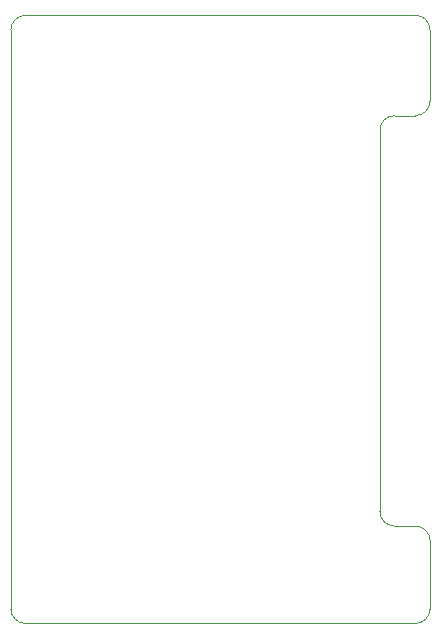
<source format=gm1>
%TF.GenerationSoftware,KiCad,Pcbnew,8.0.7*%
%TF.CreationDate,2025-02-08T15:19:53+05:30*%
%TF.ProjectId,Bread_Board_Power_supply,42726561-645f-4426-9f61-72645f506f77,rev?*%
%TF.SameCoordinates,Original*%
%TF.FileFunction,Profile,NP*%
%FSLAX46Y46*%
G04 Gerber Fmt 4.6, Leading zero omitted, Abs format (unit mm)*
G04 Created by KiCad (PCBNEW 8.0.7) date 2025-02-08 15:19:53*
%MOMM*%
%LPD*%
G01*
G04 APERTURE LIST*
%TA.AperFunction,Profile*%
%ADD10C,0.050000*%
%TD*%
G04 APERTURE END LIST*
D10*
X98750000Y-106750000D02*
X98750000Y-139000000D01*
X98750000Y-106750000D02*
G75*
G02*
X100000000Y-105500000I1250000J0D01*
G01*
X101750000Y-105500000D02*
X100000000Y-105500000D01*
X103000000Y-141500000D02*
X103000000Y-147250000D01*
X103000000Y-98250000D02*
X103000000Y-104250000D01*
X101750000Y-140250000D02*
G75*
G02*
X103000000Y-141500000I0J-1250000D01*
G01*
X100000000Y-140250000D02*
G75*
G02*
X98750000Y-139000000I0J1250000D01*
G01*
X103000000Y-104250000D02*
G75*
G02*
X101750000Y-105500000I-1250000J0D01*
G01*
X100000000Y-140250000D02*
X101750000Y-140250000D01*
X101750000Y-97000000D02*
G75*
G02*
X103000000Y-98250000I0J-1250000D01*
G01*
X103000000Y-147250000D02*
G75*
G02*
X101750000Y-148500000I-1250000J0D01*
G01*
X68750000Y-148500000D02*
G75*
G02*
X67500000Y-147250000I0J1250000D01*
G01*
X67500000Y-98250000D02*
G75*
G02*
X68750000Y-97000000I1250000J0D01*
G01*
X67500000Y-147250000D02*
X67500000Y-98250000D01*
X101750000Y-148500000D02*
X68750000Y-148500000D01*
X68750000Y-97000000D02*
X101750000Y-97000000D01*
M02*

</source>
